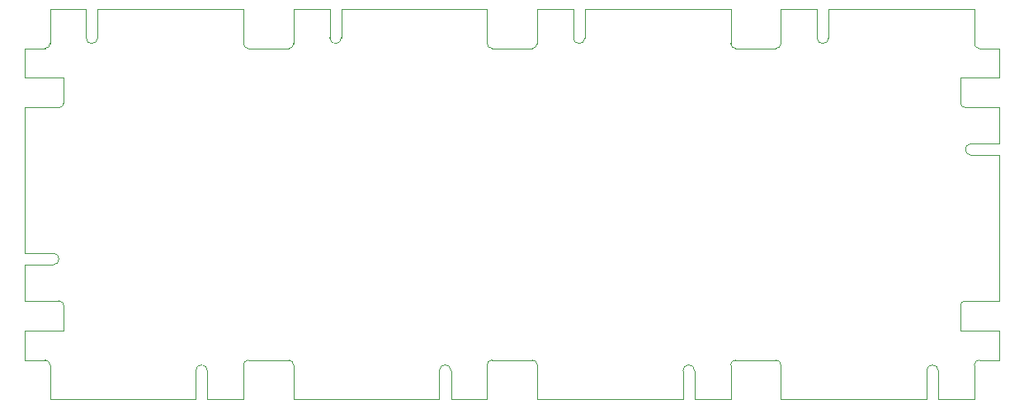
<source format=gbr>
%TF.GenerationSoftware,KiCad,Pcbnew,7.0.5*%
%TF.CreationDate,2023-09-25T02:34:09-05:00*%
%TF.ProjectId,Chimera_Carrier,4368696d-6572-4615-9f43-617272696572,rev?*%
%TF.SameCoordinates,Original*%
%TF.FileFunction,Profile,NP*%
%FSLAX46Y46*%
G04 Gerber Fmt 4.6, Leading zero omitted, Abs format (unit mm)*
G04 Created by KiCad (PCBNEW 7.0.5) date 2023-09-25 02:34:09*
%MOMM*%
%LPD*%
G01*
G04 APERTURE LIST*
%TA.AperFunction,Profile*%
%ADD10C,0.100000*%
%TD*%
%TA.AperFunction,Profile*%
%ADD11C,0.050000*%
%TD*%
G04 APERTURE END LIST*
D10*
X45000000Y-116000000D02*
X45000000Y-113000000D01*
X93500000Y-116000000D02*
X96500000Y-116000000D01*
X145000000Y-116000000D02*
X145000000Y-113000000D01*
X93500000Y-84000000D02*
X96500000Y-84000000D01*
X68500000Y-84000000D02*
X71500000Y-84000000D01*
X45000000Y-113000000D02*
X49000000Y-113000000D01*
X141000000Y-113000000D02*
X141000000Y-111000000D01*
X45000000Y-87000000D02*
X45000000Y-84000000D01*
X143500000Y-84000000D02*
X145000000Y-84000000D01*
X118500000Y-116000000D02*
X121500000Y-116000000D01*
X46500000Y-84000000D02*
X45000000Y-84000000D01*
X141000000Y-87000000D02*
X141000000Y-89000000D01*
X68500000Y-116000000D02*
X71500000Y-116000000D01*
X48000000Y-87000000D02*
X45000000Y-87000000D01*
X145000000Y-116000000D02*
X143500000Y-116000000D01*
X49000000Y-113000000D02*
X49000000Y-111000000D01*
X142000000Y-113000000D02*
X141000000Y-113000000D01*
X145000000Y-84000000D02*
X145000000Y-87000000D01*
X142000000Y-113000000D02*
X145000000Y-113000000D01*
X49000000Y-87000000D02*
X48000000Y-87000000D01*
X46500000Y-116000000D02*
X45000000Y-116000000D01*
X145000000Y-87000000D02*
X141000000Y-87000000D01*
X49000000Y-89000000D02*
X49000000Y-87000000D01*
X118500000Y-84000000D02*
X121500000Y-84000000D01*
D11*
%TO.C,B1*%
X46500000Y-116000000D02*
X47075000Y-116000000D01*
X47575000Y-116500000D02*
X47575000Y-120000000D01*
X47575000Y-120000000D02*
X57500000Y-120000000D01*
X57500000Y-120000000D02*
X62525000Y-120000000D01*
X62525000Y-120000000D02*
X62525000Y-117100000D01*
X63725000Y-117100000D02*
X63725000Y-120000000D01*
X63725000Y-120000000D02*
X67425000Y-120000000D01*
X67425000Y-120000000D02*
X67425000Y-116500000D01*
X67925000Y-116000000D02*
X68500000Y-116000000D01*
X47575000Y-116500000D02*
G75*
G03*
X47075000Y-116000000I-500001J-1D01*
G01*
X63725000Y-117100000D02*
G75*
G03*
X62525000Y-117100000I-600000J0D01*
G01*
X67925000Y-116000000D02*
G75*
G03*
X67425000Y-116500000I0J-500000D01*
G01*
%TO.C,A2*%
X93500000Y-84000000D02*
X92925000Y-84000000D01*
X92425000Y-83500000D02*
X92425000Y-80000000D01*
X92425000Y-80000000D02*
X82500000Y-80000000D01*
X82500000Y-80000000D02*
X77475000Y-80000000D01*
X77475000Y-80000000D02*
X77475000Y-82900000D01*
X76275000Y-82900000D02*
X76275000Y-80000000D01*
X76275000Y-80000000D02*
X72575000Y-80000000D01*
X72575000Y-80000000D02*
X72575000Y-83500000D01*
X72075000Y-84000000D02*
X71500000Y-84000000D01*
X92425000Y-83500000D02*
G75*
G03*
X92925000Y-84000000I500001J1D01*
G01*
X76275000Y-82900000D02*
G75*
G03*
X77475000Y-82900000I600000J0D01*
G01*
X72075000Y-84000000D02*
G75*
G03*
X72575000Y-83500000I0J500000D01*
G01*
%TO.C,IN1*%
X49000000Y-89000000D02*
X49000000Y-89575000D01*
X48500000Y-90075000D02*
X45000000Y-90075000D01*
X45000000Y-90075000D02*
X45000000Y-100000000D01*
X45000000Y-100000000D02*
X45000000Y-105025000D01*
X45000000Y-105025000D02*
X47900000Y-105025000D01*
X47900000Y-106225000D02*
X45000000Y-106225000D01*
X45000000Y-106225000D02*
X45000000Y-109925000D01*
X45000000Y-109925000D02*
X48500000Y-109925000D01*
X49000000Y-110425000D02*
X49000000Y-111000000D01*
X48500000Y-90075000D02*
G75*
G03*
X49000000Y-89575000I-1J500001D01*
G01*
X47900000Y-106225000D02*
G75*
G03*
X47900000Y-105025000I0J600000D01*
G01*
X49000000Y-110425000D02*
G75*
G03*
X48500000Y-109925000I-500000J0D01*
G01*
%TO.C,OUT1*%
X141000000Y-111000000D02*
X141000000Y-110425000D01*
X141500000Y-109925000D02*
X145000000Y-109925000D01*
X145000000Y-109925000D02*
X145000000Y-100000000D01*
X145000000Y-100000000D02*
X145000000Y-94975000D01*
X145000000Y-94975000D02*
X142100000Y-94975000D01*
X142100000Y-93775000D02*
X145000000Y-93775000D01*
X145000000Y-93775000D02*
X145000000Y-90075000D01*
X145000000Y-90075000D02*
X141500000Y-90075000D01*
X141000000Y-89575000D02*
X141000000Y-89000000D01*
X141500000Y-109925000D02*
G75*
G03*
X141000000Y-110425000I1J-500001D01*
G01*
X142100000Y-93775000D02*
G75*
G03*
X142100000Y-94975000I0J-600000D01*
G01*
X141000000Y-89575000D02*
G75*
G03*
X141500000Y-90075000I500000J0D01*
G01*
%TO.C,A3*%
X118500000Y-84000000D02*
X117925000Y-84000000D01*
X117425000Y-83500000D02*
X117425000Y-80000000D01*
X117425000Y-80000000D02*
X107500000Y-80000000D01*
X107500000Y-80000000D02*
X102475000Y-80000000D01*
X102475000Y-80000000D02*
X102475000Y-82900000D01*
X101275000Y-82900000D02*
X101275000Y-80000000D01*
X101275000Y-80000000D02*
X97575000Y-80000000D01*
X97575000Y-80000000D02*
X97575000Y-83500000D01*
X97075000Y-84000000D02*
X96500000Y-84000000D01*
X117425000Y-83500000D02*
G75*
G03*
X117925000Y-84000000I500001J1D01*
G01*
X101275000Y-82900000D02*
G75*
G03*
X102475000Y-82900000I600000J0D01*
G01*
X97075000Y-84000000D02*
G75*
G03*
X97575000Y-83500000I0J500000D01*
G01*
%TO.C,B3*%
X96500000Y-116000000D02*
X97075000Y-116000000D01*
X97575000Y-116500000D02*
X97575000Y-120000000D01*
X97575000Y-120000000D02*
X107500000Y-120000000D01*
X107500000Y-120000000D02*
X112525000Y-120000000D01*
X112525000Y-120000000D02*
X112525000Y-117100000D01*
X113725000Y-117100000D02*
X113725000Y-120000000D01*
X113725000Y-120000000D02*
X117425000Y-120000000D01*
X117425000Y-120000000D02*
X117425000Y-116500000D01*
X117925000Y-116000000D02*
X118500000Y-116000000D01*
X97575000Y-116500000D02*
G75*
G03*
X97075000Y-116000000I-500001J-1D01*
G01*
X113725000Y-117100000D02*
G75*
G03*
X112525000Y-117100000I-600000J0D01*
G01*
X117925000Y-116000000D02*
G75*
G03*
X117425000Y-116500000I0J-500000D01*
G01*
%TO.C,B2*%
X71500000Y-116000000D02*
X72075000Y-116000000D01*
X72575000Y-116500000D02*
X72575000Y-120000000D01*
X72575000Y-120000000D02*
X82500000Y-120000000D01*
X82500000Y-120000000D02*
X87525000Y-120000000D01*
X87525000Y-120000000D02*
X87525000Y-117100000D01*
X88725000Y-117100000D02*
X88725000Y-120000000D01*
X88725000Y-120000000D02*
X92425000Y-120000000D01*
X92425000Y-120000000D02*
X92425000Y-116500000D01*
X92925000Y-116000000D02*
X93500000Y-116000000D01*
X72575000Y-116500000D02*
G75*
G03*
X72075000Y-116000000I-500001J-1D01*
G01*
X88725000Y-117100000D02*
G75*
G03*
X87525000Y-117100000I-600000J0D01*
G01*
X92925000Y-116000000D02*
G75*
G03*
X92425000Y-116500000I0J-500000D01*
G01*
%TO.C,B4*%
X121500000Y-116000000D02*
X122075000Y-116000000D01*
X122575000Y-116500000D02*
X122575000Y-120000000D01*
X122575000Y-120000000D02*
X132500000Y-120000000D01*
X132500000Y-120000000D02*
X137525000Y-120000000D01*
X137525000Y-120000000D02*
X137525000Y-117100000D01*
X138725000Y-117100000D02*
X138725000Y-120000000D01*
X138725000Y-120000000D02*
X142425000Y-120000000D01*
X142425000Y-120000000D02*
X142425000Y-116500000D01*
X142925000Y-116000000D02*
X143500000Y-116000000D01*
X122575000Y-116500000D02*
G75*
G03*
X122075000Y-116000000I-500001J-1D01*
G01*
X138725000Y-117100000D02*
G75*
G03*
X137525000Y-117100000I-600000J0D01*
G01*
X142925000Y-116000000D02*
G75*
G03*
X142425000Y-116500000I0J-500000D01*
G01*
%TO.C,A1*%
X68500000Y-84000000D02*
X67925000Y-84000000D01*
X67425000Y-83500000D02*
X67425000Y-80000000D01*
X67425000Y-80000000D02*
X57500000Y-80000000D01*
X57500000Y-80000000D02*
X52475000Y-80000000D01*
X52475000Y-80000000D02*
X52475000Y-82900000D01*
X51275000Y-82900000D02*
X51275000Y-80000000D01*
X51275000Y-80000000D02*
X47575000Y-80000000D01*
X47575000Y-80000000D02*
X47575000Y-83500000D01*
X47075000Y-84000000D02*
X46500000Y-84000000D01*
X67425000Y-83500000D02*
G75*
G03*
X67925000Y-84000000I500001J1D01*
G01*
X51275000Y-82900000D02*
G75*
G03*
X52475000Y-82900000I600000J0D01*
G01*
X47075000Y-84000000D02*
G75*
G03*
X47575000Y-83500000I0J500000D01*
G01*
%TO.C,A4*%
X143500000Y-84000000D02*
X142925000Y-84000000D01*
X142425000Y-83500000D02*
X142425000Y-80000000D01*
X142425000Y-80000000D02*
X132500000Y-80000000D01*
X132500000Y-80000000D02*
X127475000Y-80000000D01*
X127475000Y-80000000D02*
X127475000Y-82900000D01*
X126275000Y-82900000D02*
X126275000Y-80000000D01*
X126275000Y-80000000D02*
X122575000Y-80000000D01*
X122575000Y-80000000D02*
X122575000Y-83500000D01*
X122075000Y-84000000D02*
X121500000Y-84000000D01*
X142425000Y-83500000D02*
G75*
G03*
X142925000Y-84000000I500001J1D01*
G01*
X126275000Y-82900000D02*
G75*
G03*
X127475000Y-82900000I600000J0D01*
G01*
X122075000Y-84000000D02*
G75*
G03*
X122575000Y-83500000I0J500000D01*
G01*
%TD*%
M02*

</source>
